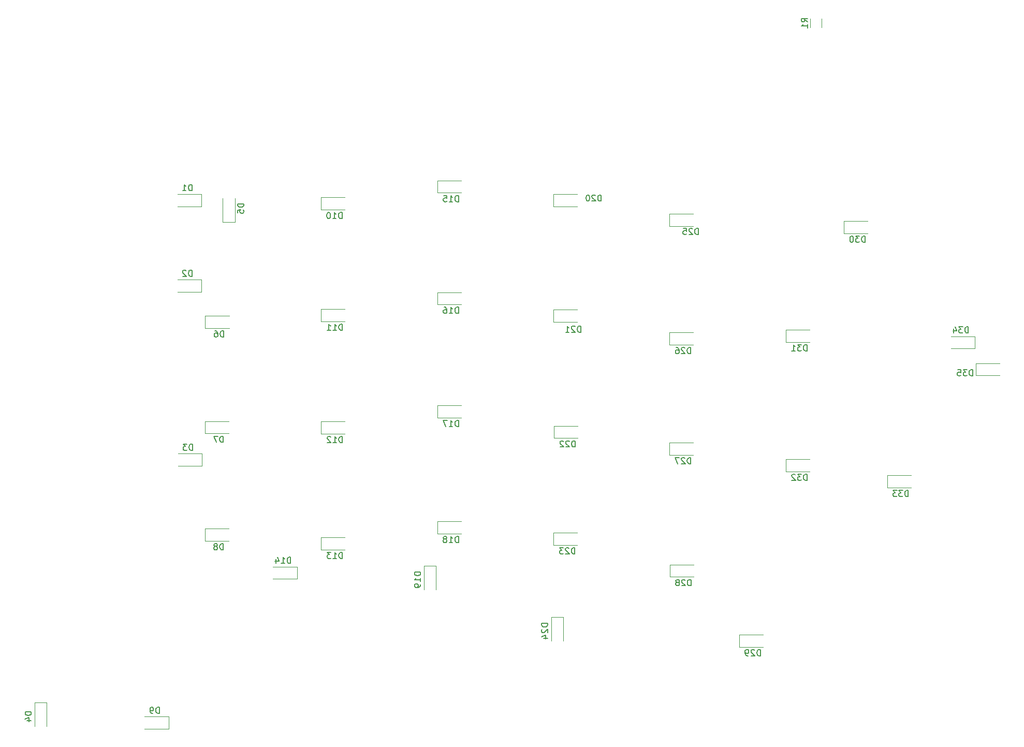
<source format=gbo>
G04 #@! TF.GenerationSoftware,KiCad,Pcbnew,5.1.9-73d0e3b20d~88~ubuntu20.04.1*
G04 #@! TF.CreationDate,2021-01-19T00:06:27+03:00*
G04 #@! TF.ProjectId,jeaex-right,6a656165-782d-4726-9967-68742e6b6963,rev?*
G04 #@! TF.SameCoordinates,Original*
G04 #@! TF.FileFunction,Legend,Bot*
G04 #@! TF.FilePolarity,Positive*
%FSLAX46Y46*%
G04 Gerber Fmt 4.6, Leading zero omitted, Abs format (unit mm)*
G04 Created by KiCad (PCBNEW 5.1.9-73d0e3b20d~88~ubuntu20.04.1) date 2021-01-19 00:06:27*
%MOMM*%
%LPD*%
G01*
G04 APERTURE LIST*
%ADD10C,0.120000*%
%ADD11C,0.150000*%
G04 APERTURE END LIST*
D10*
G04 #@! TO.C,R1*
X241180000Y-84322936D02*
X241180000Y-85777064D01*
X239360000Y-84322936D02*
X239360000Y-85777064D01*
G04 #@! TO.C,D1*
X139730000Y-113050000D02*
X139730000Y-115050000D01*
X139730000Y-115050000D02*
X135830000Y-115050000D01*
X139730000Y-113050000D02*
X135830000Y-113050000D01*
G04 #@! TO.C,D2*
X139730000Y-127030000D02*
X135830000Y-127030000D01*
X139730000Y-129030000D02*
X135830000Y-129030000D01*
X139730000Y-127030000D02*
X139730000Y-129030000D01*
G04 #@! TO.C,D3*
X139830000Y-155490000D02*
X139830000Y-157490000D01*
X139830000Y-157490000D02*
X135930000Y-157490000D01*
X139830000Y-155490000D02*
X135930000Y-155490000D01*
G04 #@! TO.C,D4*
X112490000Y-196220000D02*
X112490000Y-200120000D01*
X114490000Y-196220000D02*
X114490000Y-200120000D01*
X112490000Y-196220000D02*
X114490000Y-196220000D01*
G04 #@! TO.C,D5*
X145240000Y-117630000D02*
X145240000Y-113730000D01*
X143240000Y-117630000D02*
X143240000Y-113730000D01*
X145240000Y-117630000D02*
X143240000Y-117630000D01*
G04 #@! TO.C,D6*
X140400000Y-134950000D02*
X140400000Y-132950000D01*
X140400000Y-132950000D02*
X144300000Y-132950000D01*
X140400000Y-134950000D02*
X144300000Y-134950000D01*
G04 #@! TO.C,D7*
X140350000Y-152200000D02*
X140350000Y-150200000D01*
X140350000Y-150200000D02*
X144250000Y-150200000D01*
X140350000Y-152200000D02*
X144250000Y-152200000D01*
G04 #@! TO.C,D8*
X140350000Y-169780000D02*
X140350000Y-167780000D01*
X140350000Y-167780000D02*
X144250000Y-167780000D01*
X140350000Y-169780000D02*
X144250000Y-169780000D01*
G04 #@! TO.C,D9*
X134390000Y-198510000D02*
X134390000Y-200510000D01*
X134390000Y-200510000D02*
X130490000Y-200510000D01*
X134390000Y-198510000D02*
X130490000Y-198510000D01*
G04 #@! TO.C,D10*
X159300000Y-115590000D02*
X159300000Y-113590000D01*
X159300000Y-113590000D02*
X163200000Y-113590000D01*
X159300000Y-115590000D02*
X163200000Y-115590000D01*
G04 #@! TO.C,D11*
X159350000Y-133870000D02*
X163250000Y-133870000D01*
X159350000Y-131870000D02*
X163250000Y-131870000D01*
X159350000Y-133870000D02*
X159350000Y-131870000D01*
G04 #@! TO.C,D12*
X159350000Y-152250000D02*
X163250000Y-152250000D01*
X159350000Y-150250000D02*
X163250000Y-150250000D01*
X159350000Y-152250000D02*
X159350000Y-150250000D01*
G04 #@! TO.C,D13*
X159350000Y-171180000D02*
X159350000Y-169180000D01*
X159350000Y-169180000D02*
X163250000Y-169180000D01*
X159350000Y-171180000D02*
X163250000Y-171180000D01*
G04 #@! TO.C,D14*
X155390000Y-173990000D02*
X151490000Y-173990000D01*
X155390000Y-175990000D02*
X151490000Y-175990000D01*
X155390000Y-173990000D02*
X155390000Y-175990000D01*
G04 #@! TO.C,D15*
X178350000Y-112840000D02*
X178350000Y-110840000D01*
X178350000Y-110840000D02*
X182250000Y-110840000D01*
X178350000Y-112840000D02*
X182250000Y-112840000D01*
G04 #@! TO.C,D16*
X178350000Y-131100000D02*
X182250000Y-131100000D01*
X178350000Y-129100000D02*
X182250000Y-129100000D01*
X178350000Y-131100000D02*
X178350000Y-129100000D01*
G04 #@! TO.C,D17*
X178350000Y-149610000D02*
X178350000Y-147610000D01*
X178350000Y-147610000D02*
X182250000Y-147610000D01*
X178350000Y-149610000D02*
X182250000Y-149610000D01*
G04 #@! TO.C,D18*
X178340000Y-168590000D02*
X182240000Y-168590000D01*
X178340000Y-166590000D02*
X182240000Y-166590000D01*
X178340000Y-168590000D02*
X178340000Y-166590000D01*
G04 #@! TO.C,D19*
X176160000Y-173850000D02*
X176160000Y-177750000D01*
X178160000Y-173850000D02*
X178160000Y-177750000D01*
X176160000Y-173850000D02*
X178160000Y-173850000D01*
G04 #@! TO.C,D20*
X197350000Y-115050000D02*
X201250000Y-115050000D01*
X197350000Y-113050000D02*
X201250000Y-113050000D01*
X197350000Y-115050000D02*
X197350000Y-113050000D01*
G04 #@! TO.C,D21*
X197320000Y-133950000D02*
X197320000Y-131950000D01*
X197320000Y-131950000D02*
X201220000Y-131950000D01*
X197320000Y-133950000D02*
X201220000Y-133950000D01*
G04 #@! TO.C,D22*
X197420000Y-152960000D02*
X201320000Y-152960000D01*
X197420000Y-150960000D02*
X201320000Y-150960000D01*
X197420000Y-152960000D02*
X197420000Y-150960000D01*
G04 #@! TO.C,D23*
X197370000Y-170450000D02*
X197370000Y-168450000D01*
X197370000Y-168450000D02*
X201270000Y-168450000D01*
X197370000Y-170450000D02*
X201270000Y-170450000D01*
G04 #@! TO.C,D24*
X196960000Y-182250000D02*
X198960000Y-182250000D01*
X198960000Y-182250000D02*
X198960000Y-186150000D01*
X196960000Y-182250000D02*
X196960000Y-186150000D01*
G04 #@! TO.C,D25*
X216330000Y-118300000D02*
X216330000Y-116300000D01*
X216330000Y-116300000D02*
X220230000Y-116300000D01*
X216330000Y-118300000D02*
X220230000Y-118300000D01*
G04 #@! TO.C,D26*
X216320000Y-137690000D02*
X220220000Y-137690000D01*
X216320000Y-135690000D02*
X220220000Y-135690000D01*
X216320000Y-137690000D02*
X216320000Y-135690000D01*
G04 #@! TO.C,D27*
X216330000Y-155700000D02*
X216330000Y-153700000D01*
X216330000Y-153700000D02*
X220230000Y-153700000D01*
X216330000Y-155700000D02*
X220230000Y-155700000D01*
G04 #@! TO.C,D28*
X216370000Y-175650000D02*
X220270000Y-175650000D01*
X216370000Y-173650000D02*
X220270000Y-173650000D01*
X216370000Y-175650000D02*
X216370000Y-173650000D01*
G04 #@! TO.C,D29*
X227720000Y-187100000D02*
X231620000Y-187100000D01*
X227720000Y-185100000D02*
X231620000Y-185100000D01*
X227720000Y-187100000D02*
X227720000Y-185100000D01*
G04 #@! TO.C,D30*
X244830000Y-119460000D02*
X244830000Y-117460000D01*
X244830000Y-117460000D02*
X248730000Y-117460000D01*
X244830000Y-119460000D02*
X248730000Y-119460000D01*
G04 #@! TO.C,D31*
X235330000Y-137230000D02*
X239230000Y-137230000D01*
X235330000Y-135230000D02*
X239230000Y-135230000D01*
X235330000Y-137230000D02*
X235330000Y-135230000D01*
G04 #@! TO.C,D32*
X235330000Y-158410000D02*
X235330000Y-156410000D01*
X235330000Y-156410000D02*
X239230000Y-156410000D01*
X235330000Y-158410000D02*
X239230000Y-158410000D01*
G04 #@! TO.C,D33*
X251910000Y-161070000D02*
X255810000Y-161070000D01*
X251910000Y-159070000D02*
X255810000Y-159070000D01*
X251910000Y-161070000D02*
X251910000Y-159070000D01*
G04 #@! TO.C,D34*
X266230000Y-136300000D02*
X262330000Y-136300000D01*
X266230000Y-138300000D02*
X262330000Y-138300000D01*
X266230000Y-136300000D02*
X266230000Y-138300000D01*
G04 #@! TO.C,D35*
X266390000Y-142710000D02*
X266390000Y-140710000D01*
X266390000Y-140710000D02*
X270290000Y-140710000D01*
X266390000Y-142710000D02*
X270290000Y-142710000D01*
G04 #@! TO.C,R1*
D11*
X238902380Y-84883333D02*
X238426190Y-84550000D01*
X238902380Y-84311904D02*
X237902380Y-84311904D01*
X237902380Y-84692857D01*
X237950000Y-84788095D01*
X237997619Y-84835714D01*
X238092857Y-84883333D01*
X238235714Y-84883333D01*
X238330952Y-84835714D01*
X238378571Y-84788095D01*
X238426190Y-84692857D01*
X238426190Y-84311904D01*
X238902380Y-85835714D02*
X238902380Y-85264285D01*
X238902380Y-85550000D02*
X237902380Y-85550000D01*
X238045238Y-85454761D01*
X238140476Y-85359523D01*
X238188095Y-85264285D01*
G04 #@! TO.C,D1*
X138218095Y-112502380D02*
X138218095Y-111502380D01*
X137980000Y-111502380D01*
X137837142Y-111550000D01*
X137741904Y-111645238D01*
X137694285Y-111740476D01*
X137646666Y-111930952D01*
X137646666Y-112073809D01*
X137694285Y-112264285D01*
X137741904Y-112359523D01*
X137837142Y-112454761D01*
X137980000Y-112502380D01*
X138218095Y-112502380D01*
X136694285Y-112502380D02*
X137265714Y-112502380D01*
X136980000Y-112502380D02*
X136980000Y-111502380D01*
X137075238Y-111645238D01*
X137170476Y-111740476D01*
X137265714Y-111788095D01*
G04 #@! TO.C,D2*
X138218095Y-126482380D02*
X138218095Y-125482380D01*
X137980000Y-125482380D01*
X137837142Y-125530000D01*
X137741904Y-125625238D01*
X137694285Y-125720476D01*
X137646666Y-125910952D01*
X137646666Y-126053809D01*
X137694285Y-126244285D01*
X137741904Y-126339523D01*
X137837142Y-126434761D01*
X137980000Y-126482380D01*
X138218095Y-126482380D01*
X137265714Y-125577619D02*
X137218095Y-125530000D01*
X137122857Y-125482380D01*
X136884761Y-125482380D01*
X136789523Y-125530000D01*
X136741904Y-125577619D01*
X136694285Y-125672857D01*
X136694285Y-125768095D01*
X136741904Y-125910952D01*
X137313333Y-126482380D01*
X136694285Y-126482380D01*
G04 #@! TO.C,D3*
X138318095Y-154942380D02*
X138318095Y-153942380D01*
X138080000Y-153942380D01*
X137937142Y-153990000D01*
X137841904Y-154085238D01*
X137794285Y-154180476D01*
X137746666Y-154370952D01*
X137746666Y-154513809D01*
X137794285Y-154704285D01*
X137841904Y-154799523D01*
X137937142Y-154894761D01*
X138080000Y-154942380D01*
X138318095Y-154942380D01*
X137413333Y-153942380D02*
X136794285Y-153942380D01*
X137127619Y-154323333D01*
X136984761Y-154323333D01*
X136889523Y-154370952D01*
X136841904Y-154418571D01*
X136794285Y-154513809D01*
X136794285Y-154751904D01*
X136841904Y-154847142D01*
X136889523Y-154894761D01*
X136984761Y-154942380D01*
X137270476Y-154942380D01*
X137365714Y-154894761D01*
X137413333Y-154847142D01*
G04 #@! TO.C,D4*
X111942380Y-197731904D02*
X110942380Y-197731904D01*
X110942380Y-197970000D01*
X110990000Y-198112857D01*
X111085238Y-198208095D01*
X111180476Y-198255714D01*
X111370952Y-198303333D01*
X111513809Y-198303333D01*
X111704285Y-198255714D01*
X111799523Y-198208095D01*
X111894761Y-198112857D01*
X111942380Y-197970000D01*
X111942380Y-197731904D01*
X111275714Y-199160476D02*
X111942380Y-199160476D01*
X110894761Y-198922380D02*
X111609047Y-198684285D01*
X111609047Y-199303333D01*
G04 #@! TO.C,D5*
X146692380Y-114641904D02*
X145692380Y-114641904D01*
X145692380Y-114880000D01*
X145740000Y-115022857D01*
X145835238Y-115118095D01*
X145930476Y-115165714D01*
X146120952Y-115213333D01*
X146263809Y-115213333D01*
X146454285Y-115165714D01*
X146549523Y-115118095D01*
X146644761Y-115022857D01*
X146692380Y-114880000D01*
X146692380Y-114641904D01*
X145692380Y-116118095D02*
X145692380Y-115641904D01*
X146168571Y-115594285D01*
X146120952Y-115641904D01*
X146073333Y-115737142D01*
X146073333Y-115975238D01*
X146120952Y-116070476D01*
X146168571Y-116118095D01*
X146263809Y-116165714D01*
X146501904Y-116165714D01*
X146597142Y-116118095D01*
X146644761Y-116070476D01*
X146692380Y-115975238D01*
X146692380Y-115737142D01*
X146644761Y-115641904D01*
X146597142Y-115594285D01*
G04 #@! TO.C,D6*
X143388095Y-136402380D02*
X143388095Y-135402380D01*
X143150000Y-135402380D01*
X143007142Y-135450000D01*
X142911904Y-135545238D01*
X142864285Y-135640476D01*
X142816666Y-135830952D01*
X142816666Y-135973809D01*
X142864285Y-136164285D01*
X142911904Y-136259523D01*
X143007142Y-136354761D01*
X143150000Y-136402380D01*
X143388095Y-136402380D01*
X141959523Y-135402380D02*
X142150000Y-135402380D01*
X142245238Y-135450000D01*
X142292857Y-135497619D01*
X142388095Y-135640476D01*
X142435714Y-135830952D01*
X142435714Y-136211904D01*
X142388095Y-136307142D01*
X142340476Y-136354761D01*
X142245238Y-136402380D01*
X142054761Y-136402380D01*
X141959523Y-136354761D01*
X141911904Y-136307142D01*
X141864285Y-136211904D01*
X141864285Y-135973809D01*
X141911904Y-135878571D01*
X141959523Y-135830952D01*
X142054761Y-135783333D01*
X142245238Y-135783333D01*
X142340476Y-135830952D01*
X142388095Y-135878571D01*
X142435714Y-135973809D01*
G04 #@! TO.C,D7*
X143338095Y-153652380D02*
X143338095Y-152652380D01*
X143100000Y-152652380D01*
X142957142Y-152700000D01*
X142861904Y-152795238D01*
X142814285Y-152890476D01*
X142766666Y-153080952D01*
X142766666Y-153223809D01*
X142814285Y-153414285D01*
X142861904Y-153509523D01*
X142957142Y-153604761D01*
X143100000Y-153652380D01*
X143338095Y-153652380D01*
X142433333Y-152652380D02*
X141766666Y-152652380D01*
X142195238Y-153652380D01*
G04 #@! TO.C,D8*
X143338095Y-171232380D02*
X143338095Y-170232380D01*
X143100000Y-170232380D01*
X142957142Y-170280000D01*
X142861904Y-170375238D01*
X142814285Y-170470476D01*
X142766666Y-170660952D01*
X142766666Y-170803809D01*
X142814285Y-170994285D01*
X142861904Y-171089523D01*
X142957142Y-171184761D01*
X143100000Y-171232380D01*
X143338095Y-171232380D01*
X142195238Y-170660952D02*
X142290476Y-170613333D01*
X142338095Y-170565714D01*
X142385714Y-170470476D01*
X142385714Y-170422857D01*
X142338095Y-170327619D01*
X142290476Y-170280000D01*
X142195238Y-170232380D01*
X142004761Y-170232380D01*
X141909523Y-170280000D01*
X141861904Y-170327619D01*
X141814285Y-170422857D01*
X141814285Y-170470476D01*
X141861904Y-170565714D01*
X141909523Y-170613333D01*
X142004761Y-170660952D01*
X142195238Y-170660952D01*
X142290476Y-170708571D01*
X142338095Y-170756190D01*
X142385714Y-170851428D01*
X142385714Y-171041904D01*
X142338095Y-171137142D01*
X142290476Y-171184761D01*
X142195238Y-171232380D01*
X142004761Y-171232380D01*
X141909523Y-171184761D01*
X141861904Y-171137142D01*
X141814285Y-171041904D01*
X141814285Y-170851428D01*
X141861904Y-170756190D01*
X141909523Y-170708571D01*
X142004761Y-170660952D01*
G04 #@! TO.C,D9*
X132878095Y-197962380D02*
X132878095Y-196962380D01*
X132640000Y-196962380D01*
X132497142Y-197010000D01*
X132401904Y-197105238D01*
X132354285Y-197200476D01*
X132306666Y-197390952D01*
X132306666Y-197533809D01*
X132354285Y-197724285D01*
X132401904Y-197819523D01*
X132497142Y-197914761D01*
X132640000Y-197962380D01*
X132878095Y-197962380D01*
X131830476Y-197962380D02*
X131640000Y-197962380D01*
X131544761Y-197914761D01*
X131497142Y-197867142D01*
X131401904Y-197724285D01*
X131354285Y-197533809D01*
X131354285Y-197152857D01*
X131401904Y-197057619D01*
X131449523Y-197010000D01*
X131544761Y-196962380D01*
X131735238Y-196962380D01*
X131830476Y-197010000D01*
X131878095Y-197057619D01*
X131925714Y-197152857D01*
X131925714Y-197390952D01*
X131878095Y-197486190D01*
X131830476Y-197533809D01*
X131735238Y-197581428D01*
X131544761Y-197581428D01*
X131449523Y-197533809D01*
X131401904Y-197486190D01*
X131354285Y-197390952D01*
G04 #@! TO.C,D10*
X162764285Y-117042380D02*
X162764285Y-116042380D01*
X162526190Y-116042380D01*
X162383333Y-116090000D01*
X162288095Y-116185238D01*
X162240476Y-116280476D01*
X162192857Y-116470952D01*
X162192857Y-116613809D01*
X162240476Y-116804285D01*
X162288095Y-116899523D01*
X162383333Y-116994761D01*
X162526190Y-117042380D01*
X162764285Y-117042380D01*
X161240476Y-117042380D02*
X161811904Y-117042380D01*
X161526190Y-117042380D02*
X161526190Y-116042380D01*
X161621428Y-116185238D01*
X161716666Y-116280476D01*
X161811904Y-116328095D01*
X160621428Y-116042380D02*
X160526190Y-116042380D01*
X160430952Y-116090000D01*
X160383333Y-116137619D01*
X160335714Y-116232857D01*
X160288095Y-116423333D01*
X160288095Y-116661428D01*
X160335714Y-116851904D01*
X160383333Y-116947142D01*
X160430952Y-116994761D01*
X160526190Y-117042380D01*
X160621428Y-117042380D01*
X160716666Y-116994761D01*
X160764285Y-116947142D01*
X160811904Y-116851904D01*
X160859523Y-116661428D01*
X160859523Y-116423333D01*
X160811904Y-116232857D01*
X160764285Y-116137619D01*
X160716666Y-116090000D01*
X160621428Y-116042380D01*
G04 #@! TO.C,D11*
X162814285Y-135322380D02*
X162814285Y-134322380D01*
X162576190Y-134322380D01*
X162433333Y-134370000D01*
X162338095Y-134465238D01*
X162290476Y-134560476D01*
X162242857Y-134750952D01*
X162242857Y-134893809D01*
X162290476Y-135084285D01*
X162338095Y-135179523D01*
X162433333Y-135274761D01*
X162576190Y-135322380D01*
X162814285Y-135322380D01*
X161290476Y-135322380D02*
X161861904Y-135322380D01*
X161576190Y-135322380D02*
X161576190Y-134322380D01*
X161671428Y-134465238D01*
X161766666Y-134560476D01*
X161861904Y-134608095D01*
X160338095Y-135322380D02*
X160909523Y-135322380D01*
X160623809Y-135322380D02*
X160623809Y-134322380D01*
X160719047Y-134465238D01*
X160814285Y-134560476D01*
X160909523Y-134608095D01*
G04 #@! TO.C,D12*
X162814285Y-153702380D02*
X162814285Y-152702380D01*
X162576190Y-152702380D01*
X162433333Y-152750000D01*
X162338095Y-152845238D01*
X162290476Y-152940476D01*
X162242857Y-153130952D01*
X162242857Y-153273809D01*
X162290476Y-153464285D01*
X162338095Y-153559523D01*
X162433333Y-153654761D01*
X162576190Y-153702380D01*
X162814285Y-153702380D01*
X161290476Y-153702380D02*
X161861904Y-153702380D01*
X161576190Y-153702380D02*
X161576190Y-152702380D01*
X161671428Y-152845238D01*
X161766666Y-152940476D01*
X161861904Y-152988095D01*
X160909523Y-152797619D02*
X160861904Y-152750000D01*
X160766666Y-152702380D01*
X160528571Y-152702380D01*
X160433333Y-152750000D01*
X160385714Y-152797619D01*
X160338095Y-152892857D01*
X160338095Y-152988095D01*
X160385714Y-153130952D01*
X160957142Y-153702380D01*
X160338095Y-153702380D01*
G04 #@! TO.C,D13*
X162814285Y-172632380D02*
X162814285Y-171632380D01*
X162576190Y-171632380D01*
X162433333Y-171680000D01*
X162338095Y-171775238D01*
X162290476Y-171870476D01*
X162242857Y-172060952D01*
X162242857Y-172203809D01*
X162290476Y-172394285D01*
X162338095Y-172489523D01*
X162433333Y-172584761D01*
X162576190Y-172632380D01*
X162814285Y-172632380D01*
X161290476Y-172632380D02*
X161861904Y-172632380D01*
X161576190Y-172632380D02*
X161576190Y-171632380D01*
X161671428Y-171775238D01*
X161766666Y-171870476D01*
X161861904Y-171918095D01*
X160957142Y-171632380D02*
X160338095Y-171632380D01*
X160671428Y-172013333D01*
X160528571Y-172013333D01*
X160433333Y-172060952D01*
X160385714Y-172108571D01*
X160338095Y-172203809D01*
X160338095Y-172441904D01*
X160385714Y-172537142D01*
X160433333Y-172584761D01*
X160528571Y-172632380D01*
X160814285Y-172632380D01*
X160909523Y-172584761D01*
X160957142Y-172537142D01*
G04 #@! TO.C,D14*
X154354285Y-173442380D02*
X154354285Y-172442380D01*
X154116190Y-172442380D01*
X153973333Y-172490000D01*
X153878095Y-172585238D01*
X153830476Y-172680476D01*
X153782857Y-172870952D01*
X153782857Y-173013809D01*
X153830476Y-173204285D01*
X153878095Y-173299523D01*
X153973333Y-173394761D01*
X154116190Y-173442380D01*
X154354285Y-173442380D01*
X152830476Y-173442380D02*
X153401904Y-173442380D01*
X153116190Y-173442380D02*
X153116190Y-172442380D01*
X153211428Y-172585238D01*
X153306666Y-172680476D01*
X153401904Y-172728095D01*
X151973333Y-172775714D02*
X151973333Y-173442380D01*
X152211428Y-172394761D02*
X152449523Y-173109047D01*
X151830476Y-173109047D01*
G04 #@! TO.C,D15*
X181814285Y-114292380D02*
X181814285Y-113292380D01*
X181576190Y-113292380D01*
X181433333Y-113340000D01*
X181338095Y-113435238D01*
X181290476Y-113530476D01*
X181242857Y-113720952D01*
X181242857Y-113863809D01*
X181290476Y-114054285D01*
X181338095Y-114149523D01*
X181433333Y-114244761D01*
X181576190Y-114292380D01*
X181814285Y-114292380D01*
X180290476Y-114292380D02*
X180861904Y-114292380D01*
X180576190Y-114292380D02*
X180576190Y-113292380D01*
X180671428Y-113435238D01*
X180766666Y-113530476D01*
X180861904Y-113578095D01*
X179385714Y-113292380D02*
X179861904Y-113292380D01*
X179909523Y-113768571D01*
X179861904Y-113720952D01*
X179766666Y-113673333D01*
X179528571Y-113673333D01*
X179433333Y-113720952D01*
X179385714Y-113768571D01*
X179338095Y-113863809D01*
X179338095Y-114101904D01*
X179385714Y-114197142D01*
X179433333Y-114244761D01*
X179528571Y-114292380D01*
X179766666Y-114292380D01*
X179861904Y-114244761D01*
X179909523Y-114197142D01*
G04 #@! TO.C,D16*
X181814285Y-132552380D02*
X181814285Y-131552380D01*
X181576190Y-131552380D01*
X181433333Y-131600000D01*
X181338095Y-131695238D01*
X181290476Y-131790476D01*
X181242857Y-131980952D01*
X181242857Y-132123809D01*
X181290476Y-132314285D01*
X181338095Y-132409523D01*
X181433333Y-132504761D01*
X181576190Y-132552380D01*
X181814285Y-132552380D01*
X180290476Y-132552380D02*
X180861904Y-132552380D01*
X180576190Y-132552380D02*
X180576190Y-131552380D01*
X180671428Y-131695238D01*
X180766666Y-131790476D01*
X180861904Y-131838095D01*
X179433333Y-131552380D02*
X179623809Y-131552380D01*
X179719047Y-131600000D01*
X179766666Y-131647619D01*
X179861904Y-131790476D01*
X179909523Y-131980952D01*
X179909523Y-132361904D01*
X179861904Y-132457142D01*
X179814285Y-132504761D01*
X179719047Y-132552380D01*
X179528571Y-132552380D01*
X179433333Y-132504761D01*
X179385714Y-132457142D01*
X179338095Y-132361904D01*
X179338095Y-132123809D01*
X179385714Y-132028571D01*
X179433333Y-131980952D01*
X179528571Y-131933333D01*
X179719047Y-131933333D01*
X179814285Y-131980952D01*
X179861904Y-132028571D01*
X179909523Y-132123809D01*
G04 #@! TO.C,D17*
X181814285Y-151062380D02*
X181814285Y-150062380D01*
X181576190Y-150062380D01*
X181433333Y-150110000D01*
X181338095Y-150205238D01*
X181290476Y-150300476D01*
X181242857Y-150490952D01*
X181242857Y-150633809D01*
X181290476Y-150824285D01*
X181338095Y-150919523D01*
X181433333Y-151014761D01*
X181576190Y-151062380D01*
X181814285Y-151062380D01*
X180290476Y-151062380D02*
X180861904Y-151062380D01*
X180576190Y-151062380D02*
X180576190Y-150062380D01*
X180671428Y-150205238D01*
X180766666Y-150300476D01*
X180861904Y-150348095D01*
X179957142Y-150062380D02*
X179290476Y-150062380D01*
X179719047Y-151062380D01*
G04 #@! TO.C,D18*
X181804285Y-170042380D02*
X181804285Y-169042380D01*
X181566190Y-169042380D01*
X181423333Y-169090000D01*
X181328095Y-169185238D01*
X181280476Y-169280476D01*
X181232857Y-169470952D01*
X181232857Y-169613809D01*
X181280476Y-169804285D01*
X181328095Y-169899523D01*
X181423333Y-169994761D01*
X181566190Y-170042380D01*
X181804285Y-170042380D01*
X180280476Y-170042380D02*
X180851904Y-170042380D01*
X180566190Y-170042380D02*
X180566190Y-169042380D01*
X180661428Y-169185238D01*
X180756666Y-169280476D01*
X180851904Y-169328095D01*
X179709047Y-169470952D02*
X179804285Y-169423333D01*
X179851904Y-169375714D01*
X179899523Y-169280476D01*
X179899523Y-169232857D01*
X179851904Y-169137619D01*
X179804285Y-169090000D01*
X179709047Y-169042380D01*
X179518571Y-169042380D01*
X179423333Y-169090000D01*
X179375714Y-169137619D01*
X179328095Y-169232857D01*
X179328095Y-169280476D01*
X179375714Y-169375714D01*
X179423333Y-169423333D01*
X179518571Y-169470952D01*
X179709047Y-169470952D01*
X179804285Y-169518571D01*
X179851904Y-169566190D01*
X179899523Y-169661428D01*
X179899523Y-169851904D01*
X179851904Y-169947142D01*
X179804285Y-169994761D01*
X179709047Y-170042380D01*
X179518571Y-170042380D01*
X179423333Y-169994761D01*
X179375714Y-169947142D01*
X179328095Y-169851904D01*
X179328095Y-169661428D01*
X179375714Y-169566190D01*
X179423333Y-169518571D01*
X179518571Y-169470952D01*
G04 #@! TO.C,D19*
X175612380Y-174885714D02*
X174612380Y-174885714D01*
X174612380Y-175123809D01*
X174660000Y-175266666D01*
X174755238Y-175361904D01*
X174850476Y-175409523D01*
X175040952Y-175457142D01*
X175183809Y-175457142D01*
X175374285Y-175409523D01*
X175469523Y-175361904D01*
X175564761Y-175266666D01*
X175612380Y-175123809D01*
X175612380Y-174885714D01*
X175612380Y-176409523D02*
X175612380Y-175838095D01*
X175612380Y-176123809D02*
X174612380Y-176123809D01*
X174755238Y-176028571D01*
X174850476Y-175933333D01*
X174898095Y-175838095D01*
X175612380Y-176885714D02*
X175612380Y-177076190D01*
X175564761Y-177171428D01*
X175517142Y-177219047D01*
X175374285Y-177314285D01*
X175183809Y-177361904D01*
X174802857Y-177361904D01*
X174707619Y-177314285D01*
X174660000Y-177266666D01*
X174612380Y-177171428D01*
X174612380Y-176980952D01*
X174660000Y-176885714D01*
X174707619Y-176838095D01*
X174802857Y-176790476D01*
X175040952Y-176790476D01*
X175136190Y-176838095D01*
X175183809Y-176885714D01*
X175231428Y-176980952D01*
X175231428Y-177171428D01*
X175183809Y-177266666D01*
X175136190Y-177314285D01*
X175040952Y-177361904D01*
G04 #@! TO.C,D20*
X205154285Y-114192380D02*
X205154285Y-113192380D01*
X204916190Y-113192380D01*
X204773333Y-113240000D01*
X204678095Y-113335238D01*
X204630476Y-113430476D01*
X204582857Y-113620952D01*
X204582857Y-113763809D01*
X204630476Y-113954285D01*
X204678095Y-114049523D01*
X204773333Y-114144761D01*
X204916190Y-114192380D01*
X205154285Y-114192380D01*
X204201904Y-113287619D02*
X204154285Y-113240000D01*
X204059047Y-113192380D01*
X203820952Y-113192380D01*
X203725714Y-113240000D01*
X203678095Y-113287619D01*
X203630476Y-113382857D01*
X203630476Y-113478095D01*
X203678095Y-113620952D01*
X204249523Y-114192380D01*
X203630476Y-114192380D01*
X203011428Y-113192380D02*
X202916190Y-113192380D01*
X202820952Y-113240000D01*
X202773333Y-113287619D01*
X202725714Y-113382857D01*
X202678095Y-113573333D01*
X202678095Y-113811428D01*
X202725714Y-114001904D01*
X202773333Y-114097142D01*
X202820952Y-114144761D01*
X202916190Y-114192380D01*
X203011428Y-114192380D01*
X203106666Y-114144761D01*
X203154285Y-114097142D01*
X203201904Y-114001904D01*
X203249523Y-113811428D01*
X203249523Y-113573333D01*
X203201904Y-113382857D01*
X203154285Y-113287619D01*
X203106666Y-113240000D01*
X203011428Y-113192380D01*
G04 #@! TO.C,D21*
X201814285Y-135632380D02*
X201814285Y-134632380D01*
X201576190Y-134632380D01*
X201433333Y-134680000D01*
X201338095Y-134775238D01*
X201290476Y-134870476D01*
X201242857Y-135060952D01*
X201242857Y-135203809D01*
X201290476Y-135394285D01*
X201338095Y-135489523D01*
X201433333Y-135584761D01*
X201576190Y-135632380D01*
X201814285Y-135632380D01*
X200861904Y-134727619D02*
X200814285Y-134680000D01*
X200719047Y-134632380D01*
X200480952Y-134632380D01*
X200385714Y-134680000D01*
X200338095Y-134727619D01*
X200290476Y-134822857D01*
X200290476Y-134918095D01*
X200338095Y-135060952D01*
X200909523Y-135632380D01*
X200290476Y-135632380D01*
X199338095Y-135632380D02*
X199909523Y-135632380D01*
X199623809Y-135632380D02*
X199623809Y-134632380D01*
X199719047Y-134775238D01*
X199814285Y-134870476D01*
X199909523Y-134918095D01*
G04 #@! TO.C,D22*
X200884285Y-154412380D02*
X200884285Y-153412380D01*
X200646190Y-153412380D01*
X200503333Y-153460000D01*
X200408095Y-153555238D01*
X200360476Y-153650476D01*
X200312857Y-153840952D01*
X200312857Y-153983809D01*
X200360476Y-154174285D01*
X200408095Y-154269523D01*
X200503333Y-154364761D01*
X200646190Y-154412380D01*
X200884285Y-154412380D01*
X199931904Y-153507619D02*
X199884285Y-153460000D01*
X199789047Y-153412380D01*
X199550952Y-153412380D01*
X199455714Y-153460000D01*
X199408095Y-153507619D01*
X199360476Y-153602857D01*
X199360476Y-153698095D01*
X199408095Y-153840952D01*
X199979523Y-154412380D01*
X199360476Y-154412380D01*
X198979523Y-153507619D02*
X198931904Y-153460000D01*
X198836666Y-153412380D01*
X198598571Y-153412380D01*
X198503333Y-153460000D01*
X198455714Y-153507619D01*
X198408095Y-153602857D01*
X198408095Y-153698095D01*
X198455714Y-153840952D01*
X199027142Y-154412380D01*
X198408095Y-154412380D01*
G04 #@! TO.C,D23*
X200834285Y-171902380D02*
X200834285Y-170902380D01*
X200596190Y-170902380D01*
X200453333Y-170950000D01*
X200358095Y-171045238D01*
X200310476Y-171140476D01*
X200262857Y-171330952D01*
X200262857Y-171473809D01*
X200310476Y-171664285D01*
X200358095Y-171759523D01*
X200453333Y-171854761D01*
X200596190Y-171902380D01*
X200834285Y-171902380D01*
X199881904Y-170997619D02*
X199834285Y-170950000D01*
X199739047Y-170902380D01*
X199500952Y-170902380D01*
X199405714Y-170950000D01*
X199358095Y-170997619D01*
X199310476Y-171092857D01*
X199310476Y-171188095D01*
X199358095Y-171330952D01*
X199929523Y-171902380D01*
X199310476Y-171902380D01*
X198977142Y-170902380D02*
X198358095Y-170902380D01*
X198691428Y-171283333D01*
X198548571Y-171283333D01*
X198453333Y-171330952D01*
X198405714Y-171378571D01*
X198358095Y-171473809D01*
X198358095Y-171711904D01*
X198405714Y-171807142D01*
X198453333Y-171854761D01*
X198548571Y-171902380D01*
X198834285Y-171902380D01*
X198929523Y-171854761D01*
X198977142Y-171807142D01*
G04 #@! TO.C,D24*
X196412380Y-183285714D02*
X195412380Y-183285714D01*
X195412380Y-183523809D01*
X195460000Y-183666666D01*
X195555238Y-183761904D01*
X195650476Y-183809523D01*
X195840952Y-183857142D01*
X195983809Y-183857142D01*
X196174285Y-183809523D01*
X196269523Y-183761904D01*
X196364761Y-183666666D01*
X196412380Y-183523809D01*
X196412380Y-183285714D01*
X195507619Y-184238095D02*
X195460000Y-184285714D01*
X195412380Y-184380952D01*
X195412380Y-184619047D01*
X195460000Y-184714285D01*
X195507619Y-184761904D01*
X195602857Y-184809523D01*
X195698095Y-184809523D01*
X195840952Y-184761904D01*
X196412380Y-184190476D01*
X196412380Y-184809523D01*
X195745714Y-185666666D02*
X196412380Y-185666666D01*
X195364761Y-185428571D02*
X196079047Y-185190476D01*
X196079047Y-185809523D01*
G04 #@! TO.C,D25*
X221014285Y-119642380D02*
X221014285Y-118642380D01*
X220776190Y-118642380D01*
X220633333Y-118690000D01*
X220538095Y-118785238D01*
X220490476Y-118880476D01*
X220442857Y-119070952D01*
X220442857Y-119213809D01*
X220490476Y-119404285D01*
X220538095Y-119499523D01*
X220633333Y-119594761D01*
X220776190Y-119642380D01*
X221014285Y-119642380D01*
X220061904Y-118737619D02*
X220014285Y-118690000D01*
X219919047Y-118642380D01*
X219680952Y-118642380D01*
X219585714Y-118690000D01*
X219538095Y-118737619D01*
X219490476Y-118832857D01*
X219490476Y-118928095D01*
X219538095Y-119070952D01*
X220109523Y-119642380D01*
X219490476Y-119642380D01*
X218585714Y-118642380D02*
X219061904Y-118642380D01*
X219109523Y-119118571D01*
X219061904Y-119070952D01*
X218966666Y-119023333D01*
X218728571Y-119023333D01*
X218633333Y-119070952D01*
X218585714Y-119118571D01*
X218538095Y-119213809D01*
X218538095Y-119451904D01*
X218585714Y-119547142D01*
X218633333Y-119594761D01*
X218728571Y-119642380D01*
X218966666Y-119642380D01*
X219061904Y-119594761D01*
X219109523Y-119547142D01*
G04 #@! TO.C,D26*
X219784285Y-139142380D02*
X219784285Y-138142380D01*
X219546190Y-138142380D01*
X219403333Y-138190000D01*
X219308095Y-138285238D01*
X219260476Y-138380476D01*
X219212857Y-138570952D01*
X219212857Y-138713809D01*
X219260476Y-138904285D01*
X219308095Y-138999523D01*
X219403333Y-139094761D01*
X219546190Y-139142380D01*
X219784285Y-139142380D01*
X218831904Y-138237619D02*
X218784285Y-138190000D01*
X218689047Y-138142380D01*
X218450952Y-138142380D01*
X218355714Y-138190000D01*
X218308095Y-138237619D01*
X218260476Y-138332857D01*
X218260476Y-138428095D01*
X218308095Y-138570952D01*
X218879523Y-139142380D01*
X218260476Y-139142380D01*
X217403333Y-138142380D02*
X217593809Y-138142380D01*
X217689047Y-138190000D01*
X217736666Y-138237619D01*
X217831904Y-138380476D01*
X217879523Y-138570952D01*
X217879523Y-138951904D01*
X217831904Y-139047142D01*
X217784285Y-139094761D01*
X217689047Y-139142380D01*
X217498571Y-139142380D01*
X217403333Y-139094761D01*
X217355714Y-139047142D01*
X217308095Y-138951904D01*
X217308095Y-138713809D01*
X217355714Y-138618571D01*
X217403333Y-138570952D01*
X217498571Y-138523333D01*
X217689047Y-138523333D01*
X217784285Y-138570952D01*
X217831904Y-138618571D01*
X217879523Y-138713809D01*
G04 #@! TO.C,D27*
X219794285Y-157152380D02*
X219794285Y-156152380D01*
X219556190Y-156152380D01*
X219413333Y-156200000D01*
X219318095Y-156295238D01*
X219270476Y-156390476D01*
X219222857Y-156580952D01*
X219222857Y-156723809D01*
X219270476Y-156914285D01*
X219318095Y-157009523D01*
X219413333Y-157104761D01*
X219556190Y-157152380D01*
X219794285Y-157152380D01*
X218841904Y-156247619D02*
X218794285Y-156200000D01*
X218699047Y-156152380D01*
X218460952Y-156152380D01*
X218365714Y-156200000D01*
X218318095Y-156247619D01*
X218270476Y-156342857D01*
X218270476Y-156438095D01*
X218318095Y-156580952D01*
X218889523Y-157152380D01*
X218270476Y-157152380D01*
X217937142Y-156152380D02*
X217270476Y-156152380D01*
X217699047Y-157152380D01*
G04 #@! TO.C,D28*
X219834285Y-177102380D02*
X219834285Y-176102380D01*
X219596190Y-176102380D01*
X219453333Y-176150000D01*
X219358095Y-176245238D01*
X219310476Y-176340476D01*
X219262857Y-176530952D01*
X219262857Y-176673809D01*
X219310476Y-176864285D01*
X219358095Y-176959523D01*
X219453333Y-177054761D01*
X219596190Y-177102380D01*
X219834285Y-177102380D01*
X218881904Y-176197619D02*
X218834285Y-176150000D01*
X218739047Y-176102380D01*
X218500952Y-176102380D01*
X218405714Y-176150000D01*
X218358095Y-176197619D01*
X218310476Y-176292857D01*
X218310476Y-176388095D01*
X218358095Y-176530952D01*
X218929523Y-177102380D01*
X218310476Y-177102380D01*
X217739047Y-176530952D02*
X217834285Y-176483333D01*
X217881904Y-176435714D01*
X217929523Y-176340476D01*
X217929523Y-176292857D01*
X217881904Y-176197619D01*
X217834285Y-176150000D01*
X217739047Y-176102380D01*
X217548571Y-176102380D01*
X217453333Y-176150000D01*
X217405714Y-176197619D01*
X217358095Y-176292857D01*
X217358095Y-176340476D01*
X217405714Y-176435714D01*
X217453333Y-176483333D01*
X217548571Y-176530952D01*
X217739047Y-176530952D01*
X217834285Y-176578571D01*
X217881904Y-176626190D01*
X217929523Y-176721428D01*
X217929523Y-176911904D01*
X217881904Y-177007142D01*
X217834285Y-177054761D01*
X217739047Y-177102380D01*
X217548571Y-177102380D01*
X217453333Y-177054761D01*
X217405714Y-177007142D01*
X217358095Y-176911904D01*
X217358095Y-176721428D01*
X217405714Y-176626190D01*
X217453333Y-176578571D01*
X217548571Y-176530952D01*
G04 #@! TO.C,D29*
X231184285Y-188552380D02*
X231184285Y-187552380D01*
X230946190Y-187552380D01*
X230803333Y-187600000D01*
X230708095Y-187695238D01*
X230660476Y-187790476D01*
X230612857Y-187980952D01*
X230612857Y-188123809D01*
X230660476Y-188314285D01*
X230708095Y-188409523D01*
X230803333Y-188504761D01*
X230946190Y-188552380D01*
X231184285Y-188552380D01*
X230231904Y-187647619D02*
X230184285Y-187600000D01*
X230089047Y-187552380D01*
X229850952Y-187552380D01*
X229755714Y-187600000D01*
X229708095Y-187647619D01*
X229660476Y-187742857D01*
X229660476Y-187838095D01*
X229708095Y-187980952D01*
X230279523Y-188552380D01*
X229660476Y-188552380D01*
X229184285Y-188552380D02*
X228993809Y-188552380D01*
X228898571Y-188504761D01*
X228850952Y-188457142D01*
X228755714Y-188314285D01*
X228708095Y-188123809D01*
X228708095Y-187742857D01*
X228755714Y-187647619D01*
X228803333Y-187600000D01*
X228898571Y-187552380D01*
X229089047Y-187552380D01*
X229184285Y-187600000D01*
X229231904Y-187647619D01*
X229279523Y-187742857D01*
X229279523Y-187980952D01*
X229231904Y-188076190D01*
X229184285Y-188123809D01*
X229089047Y-188171428D01*
X228898571Y-188171428D01*
X228803333Y-188123809D01*
X228755714Y-188076190D01*
X228708095Y-187980952D01*
G04 #@! TO.C,D30*
X248294285Y-120912380D02*
X248294285Y-119912380D01*
X248056190Y-119912380D01*
X247913333Y-119960000D01*
X247818095Y-120055238D01*
X247770476Y-120150476D01*
X247722857Y-120340952D01*
X247722857Y-120483809D01*
X247770476Y-120674285D01*
X247818095Y-120769523D01*
X247913333Y-120864761D01*
X248056190Y-120912380D01*
X248294285Y-120912380D01*
X247389523Y-119912380D02*
X246770476Y-119912380D01*
X247103809Y-120293333D01*
X246960952Y-120293333D01*
X246865714Y-120340952D01*
X246818095Y-120388571D01*
X246770476Y-120483809D01*
X246770476Y-120721904D01*
X246818095Y-120817142D01*
X246865714Y-120864761D01*
X246960952Y-120912380D01*
X247246666Y-120912380D01*
X247341904Y-120864761D01*
X247389523Y-120817142D01*
X246151428Y-119912380D02*
X246056190Y-119912380D01*
X245960952Y-119960000D01*
X245913333Y-120007619D01*
X245865714Y-120102857D01*
X245818095Y-120293333D01*
X245818095Y-120531428D01*
X245865714Y-120721904D01*
X245913333Y-120817142D01*
X245960952Y-120864761D01*
X246056190Y-120912380D01*
X246151428Y-120912380D01*
X246246666Y-120864761D01*
X246294285Y-120817142D01*
X246341904Y-120721904D01*
X246389523Y-120531428D01*
X246389523Y-120293333D01*
X246341904Y-120102857D01*
X246294285Y-120007619D01*
X246246666Y-119960000D01*
X246151428Y-119912380D01*
G04 #@! TO.C,D31*
X238794285Y-138682380D02*
X238794285Y-137682380D01*
X238556190Y-137682380D01*
X238413333Y-137730000D01*
X238318095Y-137825238D01*
X238270476Y-137920476D01*
X238222857Y-138110952D01*
X238222857Y-138253809D01*
X238270476Y-138444285D01*
X238318095Y-138539523D01*
X238413333Y-138634761D01*
X238556190Y-138682380D01*
X238794285Y-138682380D01*
X237889523Y-137682380D02*
X237270476Y-137682380D01*
X237603809Y-138063333D01*
X237460952Y-138063333D01*
X237365714Y-138110952D01*
X237318095Y-138158571D01*
X237270476Y-138253809D01*
X237270476Y-138491904D01*
X237318095Y-138587142D01*
X237365714Y-138634761D01*
X237460952Y-138682380D01*
X237746666Y-138682380D01*
X237841904Y-138634761D01*
X237889523Y-138587142D01*
X236318095Y-138682380D02*
X236889523Y-138682380D01*
X236603809Y-138682380D02*
X236603809Y-137682380D01*
X236699047Y-137825238D01*
X236794285Y-137920476D01*
X236889523Y-137968095D01*
G04 #@! TO.C,D32*
X238794285Y-159862380D02*
X238794285Y-158862380D01*
X238556190Y-158862380D01*
X238413333Y-158910000D01*
X238318095Y-159005238D01*
X238270476Y-159100476D01*
X238222857Y-159290952D01*
X238222857Y-159433809D01*
X238270476Y-159624285D01*
X238318095Y-159719523D01*
X238413333Y-159814761D01*
X238556190Y-159862380D01*
X238794285Y-159862380D01*
X237889523Y-158862380D02*
X237270476Y-158862380D01*
X237603809Y-159243333D01*
X237460952Y-159243333D01*
X237365714Y-159290952D01*
X237318095Y-159338571D01*
X237270476Y-159433809D01*
X237270476Y-159671904D01*
X237318095Y-159767142D01*
X237365714Y-159814761D01*
X237460952Y-159862380D01*
X237746666Y-159862380D01*
X237841904Y-159814761D01*
X237889523Y-159767142D01*
X236889523Y-158957619D02*
X236841904Y-158910000D01*
X236746666Y-158862380D01*
X236508571Y-158862380D01*
X236413333Y-158910000D01*
X236365714Y-158957619D01*
X236318095Y-159052857D01*
X236318095Y-159148095D01*
X236365714Y-159290952D01*
X236937142Y-159862380D01*
X236318095Y-159862380D01*
G04 #@! TO.C,D33*
X255374285Y-162522380D02*
X255374285Y-161522380D01*
X255136190Y-161522380D01*
X254993333Y-161570000D01*
X254898095Y-161665238D01*
X254850476Y-161760476D01*
X254802857Y-161950952D01*
X254802857Y-162093809D01*
X254850476Y-162284285D01*
X254898095Y-162379523D01*
X254993333Y-162474761D01*
X255136190Y-162522380D01*
X255374285Y-162522380D01*
X254469523Y-161522380D02*
X253850476Y-161522380D01*
X254183809Y-161903333D01*
X254040952Y-161903333D01*
X253945714Y-161950952D01*
X253898095Y-161998571D01*
X253850476Y-162093809D01*
X253850476Y-162331904D01*
X253898095Y-162427142D01*
X253945714Y-162474761D01*
X254040952Y-162522380D01*
X254326666Y-162522380D01*
X254421904Y-162474761D01*
X254469523Y-162427142D01*
X253517142Y-161522380D02*
X252898095Y-161522380D01*
X253231428Y-161903333D01*
X253088571Y-161903333D01*
X252993333Y-161950952D01*
X252945714Y-161998571D01*
X252898095Y-162093809D01*
X252898095Y-162331904D01*
X252945714Y-162427142D01*
X252993333Y-162474761D01*
X253088571Y-162522380D01*
X253374285Y-162522380D01*
X253469523Y-162474761D01*
X253517142Y-162427142D01*
G04 #@! TO.C,D34*
X265194285Y-135752380D02*
X265194285Y-134752380D01*
X264956190Y-134752380D01*
X264813333Y-134800000D01*
X264718095Y-134895238D01*
X264670476Y-134990476D01*
X264622857Y-135180952D01*
X264622857Y-135323809D01*
X264670476Y-135514285D01*
X264718095Y-135609523D01*
X264813333Y-135704761D01*
X264956190Y-135752380D01*
X265194285Y-135752380D01*
X264289523Y-134752380D02*
X263670476Y-134752380D01*
X264003809Y-135133333D01*
X263860952Y-135133333D01*
X263765714Y-135180952D01*
X263718095Y-135228571D01*
X263670476Y-135323809D01*
X263670476Y-135561904D01*
X263718095Y-135657142D01*
X263765714Y-135704761D01*
X263860952Y-135752380D01*
X264146666Y-135752380D01*
X264241904Y-135704761D01*
X264289523Y-135657142D01*
X262813333Y-135085714D02*
X262813333Y-135752380D01*
X263051428Y-134704761D02*
X263289523Y-135419047D01*
X262670476Y-135419047D01*
G04 #@! TO.C,D35*
X265884285Y-142772380D02*
X265884285Y-141772380D01*
X265646190Y-141772380D01*
X265503333Y-141820000D01*
X265408095Y-141915238D01*
X265360476Y-142010476D01*
X265312857Y-142200952D01*
X265312857Y-142343809D01*
X265360476Y-142534285D01*
X265408095Y-142629523D01*
X265503333Y-142724761D01*
X265646190Y-142772380D01*
X265884285Y-142772380D01*
X264979523Y-141772380D02*
X264360476Y-141772380D01*
X264693809Y-142153333D01*
X264550952Y-142153333D01*
X264455714Y-142200952D01*
X264408095Y-142248571D01*
X264360476Y-142343809D01*
X264360476Y-142581904D01*
X264408095Y-142677142D01*
X264455714Y-142724761D01*
X264550952Y-142772380D01*
X264836666Y-142772380D01*
X264931904Y-142724761D01*
X264979523Y-142677142D01*
X263455714Y-141772380D02*
X263931904Y-141772380D01*
X263979523Y-142248571D01*
X263931904Y-142200952D01*
X263836666Y-142153333D01*
X263598571Y-142153333D01*
X263503333Y-142200952D01*
X263455714Y-142248571D01*
X263408095Y-142343809D01*
X263408095Y-142581904D01*
X263455714Y-142677142D01*
X263503333Y-142724761D01*
X263598571Y-142772380D01*
X263836666Y-142772380D01*
X263931904Y-142724761D01*
X263979523Y-142677142D01*
G04 #@! TD*
M02*

</source>
